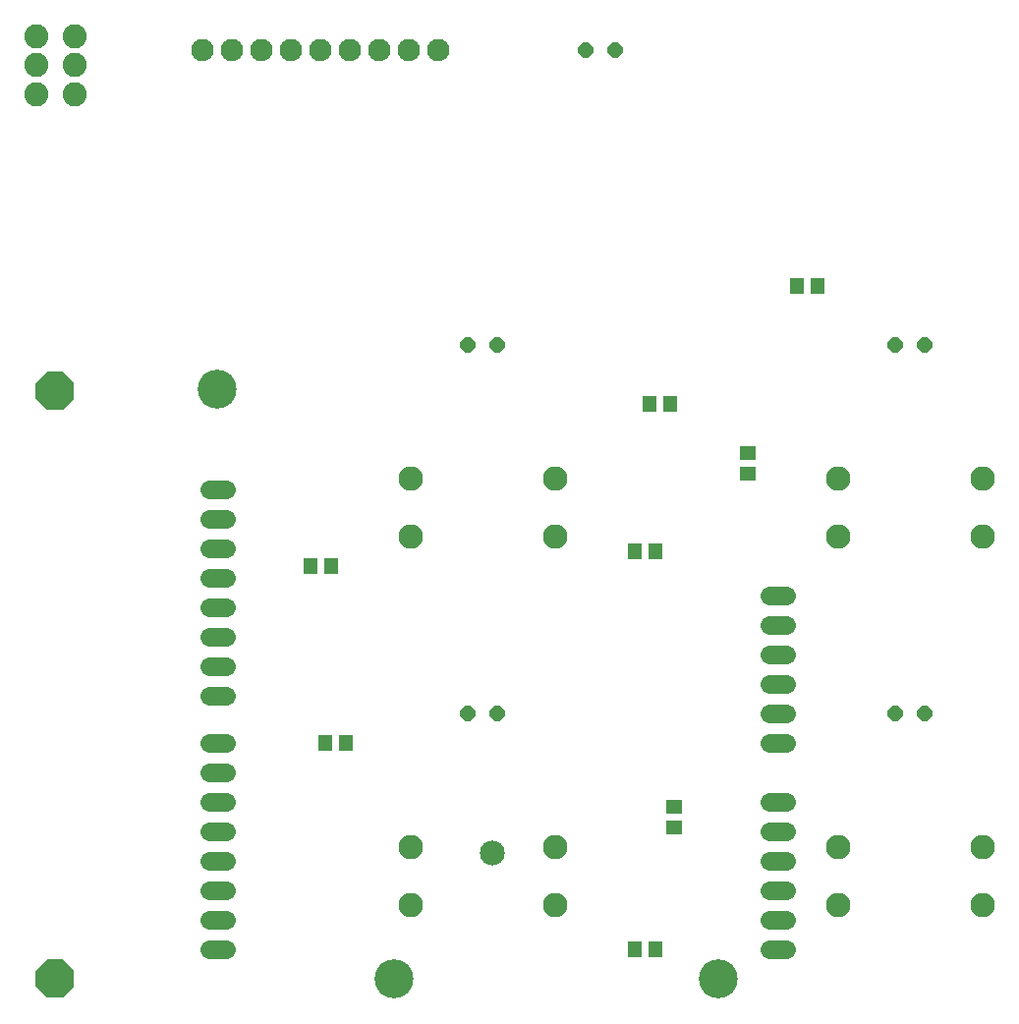
<source format=gbr>
G04 EAGLE Gerber RS-274X export*
G75*
%MOMM*%
%FSLAX34Y34*%
%LPD*%
%INSoldermask Top*%
%IPPOS*%
%AMOC8*
5,1,8,0,0,1.08239X$1,22.5*%
G01*
%ADD10P,3.574052X8X112.500000*%
%ADD11C,1.574800*%
%ADD12C,3.352400*%
%ADD13C,2.152400*%
%ADD14C,1.930400*%
%ADD15P,1.396628X8X22.500000*%
%ADD16R,1.295400X1.422400*%
%ADD17R,1.422400X1.295400*%
%ADD18C,2.112400*%
%ADD19C,2.082800*%


D10*
X114300Y88900D03*
X114300Y595630D03*
D11*
X246888Y510540D02*
X261112Y510540D01*
X261112Y485140D02*
X246888Y485140D01*
X246888Y459740D02*
X261112Y459740D01*
X261112Y434340D02*
X246888Y434340D01*
X246888Y408940D02*
X261112Y408940D01*
X261112Y383540D02*
X246888Y383540D01*
X246888Y358140D02*
X261112Y358140D01*
X261112Y332740D02*
X246888Y332740D01*
X246888Y292100D02*
X261112Y292100D01*
X261112Y266700D02*
X246888Y266700D01*
X246888Y241300D02*
X261112Y241300D01*
X261112Y215900D02*
X246888Y215900D01*
X246888Y190500D02*
X261112Y190500D01*
X261112Y165100D02*
X246888Y165100D01*
X246888Y139700D02*
X261112Y139700D01*
X261112Y114300D02*
X246888Y114300D01*
X729488Y419100D02*
X743712Y419100D01*
X743712Y393700D02*
X729488Y393700D01*
X729488Y368300D02*
X743712Y368300D01*
X743712Y342900D02*
X729488Y342900D01*
X729488Y317500D02*
X743712Y317500D01*
X743712Y292100D02*
X729488Y292100D01*
X729488Y241300D02*
X743712Y241300D01*
X743712Y215900D02*
X729488Y215900D01*
X729488Y190500D02*
X743712Y190500D01*
X743712Y165100D02*
X729488Y165100D01*
X729488Y139700D02*
X743712Y139700D01*
X743712Y114300D02*
X729488Y114300D01*
D12*
X254000Y596900D03*
X406400Y88900D03*
X685800Y88900D03*
D13*
X490862Y197604D03*
D14*
X444500Y889000D03*
X419100Y889000D03*
X393700Y889000D03*
X368300Y889000D03*
X342900Y889000D03*
X317500Y889000D03*
X292100Y889000D03*
X266700Y889000D03*
X241300Y889000D03*
D15*
X469900Y635000D03*
X495300Y635000D03*
X838200Y635000D03*
X863600Y635000D03*
X469900Y317500D03*
X495300Y317500D03*
X838200Y317500D03*
X863600Y317500D03*
X571500Y889000D03*
X596900Y889000D03*
D16*
X334010Y444500D03*
X351790Y444500D03*
X631190Y114300D03*
X613410Y114300D03*
X626110Y584200D03*
X643890Y584200D03*
D17*
X711200Y524510D03*
X711200Y542290D03*
D16*
X613410Y457200D03*
X631190Y457200D03*
D17*
X647700Y219710D03*
X647700Y237490D03*
D16*
X364490Y292100D03*
X346710Y292100D03*
X770890Y685800D03*
X753110Y685800D03*
D18*
X545100Y520300D03*
X545100Y470300D03*
X420100Y470300D03*
X420100Y520300D03*
X913400Y520300D03*
X913400Y470300D03*
X788400Y470300D03*
X788400Y520300D03*
X545100Y202800D03*
X545100Y152800D03*
X420100Y152800D03*
X420100Y202800D03*
X913400Y202800D03*
X913400Y152800D03*
X788400Y152800D03*
X788400Y202800D03*
D19*
X97800Y851300D03*
X97800Y876300D03*
X97800Y901300D03*
X130800Y851300D03*
X130800Y876300D03*
X130800Y901300D03*
M02*

</source>
